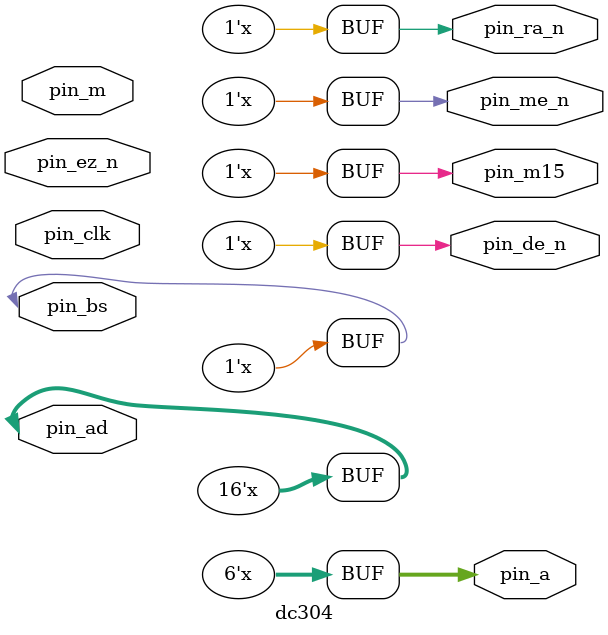
<source format=v>
module dc304
(
   input          pin_clk,    // main clock
   inout  [15:0]  pin_ad,     // address/data bus
   output [21:16] pin_a,      // high address bus
   input  [12:4]  pin_m,      // microinstruction bus
   output         pin_m15,    // address conversion flag
   output         pin_me_n,   // mapping enabled
   output         pin_ra_n,   // register access reply
   output         pin_de_n,   // invalid memory access
   inout          pin_bs,     // bus select
   input          pin_ez_n    // enable Z-state
);

//
// MMU is not implemented yet, empty socket emulation
//
assign pin_me_n = 1'bz;
assign pin_ra_n = 1'bz;
assign pin_de_n = 1'bz;

assign pin_bs   = 1'bz;
assign pin_m15  = 1'bz;

assign pin_a[21:16] = 6'bzzzzzz;
assign pin_ad[15:0] = 16'oZZZZZZ;

//______________________________________________________________________________
//
endmodule

</source>
